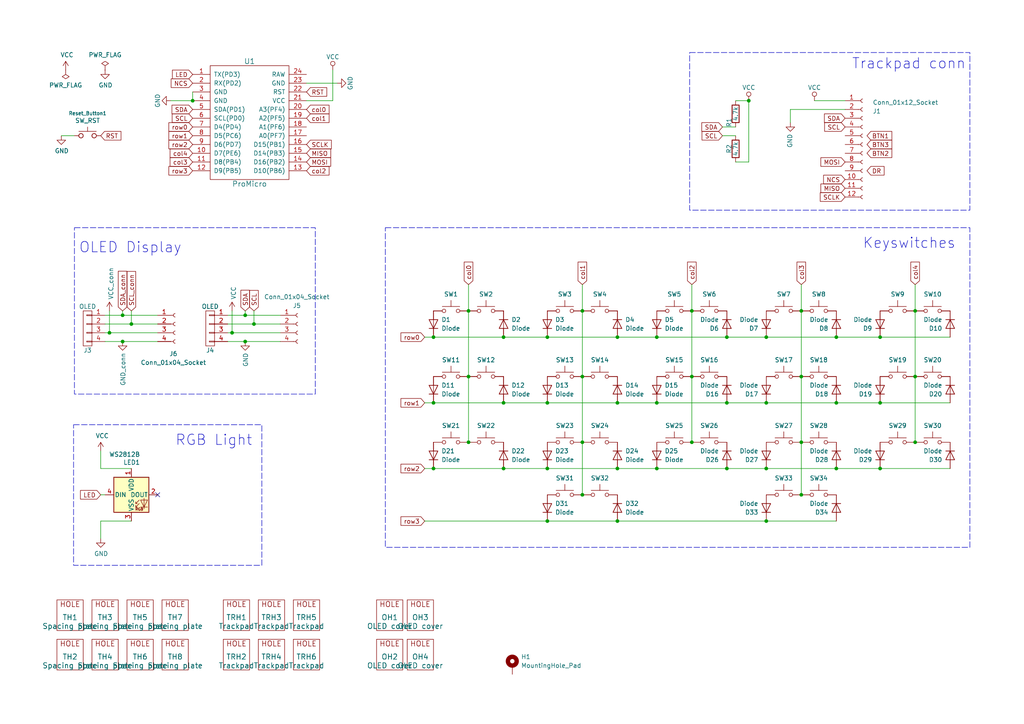
<source format=kicad_sch>
(kicad_sch (version 20231120) (generator "eeschema") (generator_version "8.0")
  (paper "A4")
  (lib_symbols
    (symbol "Connector:Conn_01x04_Socket" (pin_names (offset 1.016) hide)
      (property "Reference" "J" (at 0 5.08 0))
      (property "Value" "Conn_01x04_Socket" (at 0 -7.62 0))
      (symbol "Conn_01x04_Socket_1_1"
        (pin passive line (at -5.08 2.54 0) (length 3.81) (name "Pin_1") (number "1"))
        (pin passive line (at -5.08 0 0) (length 3.81) (name "Pin_2") (number "2"))
        (pin passive line (at -5.08 -2.54 0) (length 3.81) (name "Pin_3") (number "3"))
        (pin passive line (at -5.08 -5.08 0) (length 3.81) (name "Pin_4") (number "4"))
      )
    )
    (symbol "Connector:Conn_01x12_Socket" (pin_names (offset 1.016) hide)
      (property "Reference" "J" (at 0 15.24 0))
      (property "Value" "Conn_01x12_Socket" (at 0 -17.78 0))
      (symbol "Conn_01x12_Socket_1_1"
        (pin passive line (at -5.08 12.7 0) (length 3.81) (name "Pin_1") (number "1"))
        (pin passive line (at -5.08 -10.16 0) (length 3.81) (name "Pin_10") (number "10"))
        (pin passive line (at -5.08 -12.7 0) (length 3.81) (name "Pin_11") (number "11"))
        (pin passive line (at -5.08 -15.24 0) (length 3.81) (name "Pin_12") (number "12"))
        (pin passive line (at -5.08 10.16 0) (length 3.81) (name "Pin_2") (number "2"))
        (pin passive line (at -5.08 7.62 0) (length 3.81) (name "Pin_3") (number "3"))
        (pin passive line (at -5.08 5.08 0) (length 3.81) (name "Pin_4") (number "4"))
        (pin passive line (at -5.08 2.54 0) (length 3.81) (name "Pin_5") (number "5"))
        (pin passive line (at -5.08 0 0) (length 3.81) (name "Pin_6") (number "6"))
        (pin passive line (at -5.08 -2.54 0) (length 3.81) (name "Pin_7") (number "7"))
        (pin passive line (at -5.08 -5.08 0) (length 3.81) (name "Pin_8") (number "8"))
        (pin passive line (at -5.08 -7.62 0) (length 3.81) (name "Pin_9") (number "9"))
      )
    )
    (symbol "Device:R" (pin_numbers hide) (pin_names (offset 0))
      (property "Reference" "R" (at 2.032 0 90))
      (property "Value" "R" (at 0 0 90))
      (symbol "R_1_1"
        (pin passive line (at 0 3.81 270) (length 1.27) (name "~") (number "1"))
        (pin passive line (at 0 -3.81 90) (length 1.27) (name "~") (number "2"))
      )
    )
    (symbol "LED:WS2812B" (pin_names (offset 0.254))
      (property "Reference" "D" (at 5.08 5.715 0))
      (property "Value" "WS2812B" (at 1.27 -5.715 0))
      (symbol "WS2812B_0_0"
        (text "RGB" (at 2.286 -4.191 0) (effects (font (size 0.762 0.762))))
      )
      (symbol "WS2812B_1_1"
        (pin power_in line (at 0 7.62 270) (length 2.54) (name "VDD") (number "1"))
        (pin output line (at 7.62 0 180) (length 2.54) (name "DOUT") (number "2"))
        (pin power_in line (at 0 -7.62 90) (length 2.54) (name "VSS") (number "3"))
        (pin input line (at -7.62 0 0) (length 2.54) (name "DIN") (number "4"))
      )
    )
    (symbol "Mechanical:MountingHole_Pad" (pin_numbers hide) (pin_names (offset 1.016) hide) (exclude_from_sim yes) (in_bom no)
      (property "Reference" "H" (at 0 6.35 0))
      (property "Value" "MountingHole_Pad" (at 0 4.445 0))
      (symbol "MountingHole_Pad_1_1"
        (pin input line (at 0 -2.54 90) (length 2.54) (name "1") (number "1"))
      )
    )
    (symbol "SofleKeyboard-rescue:D-Lily58-cache-Lily58_Pro-rescue" (pin_numbers hide) (pin_names (offset 1.016) hide)
      (property "Reference" "D" (at 0 2.54 0))
      (property "Value" "D-Lily58-cache-Lily58_Pro-rescue" (at 0 -2.54 0))
      (symbol "D-Lily58-cache-Lily58_Pro-rescue_1_1"
        (pin passive line (at -3.81 0 0) (length 2.54) (name "K") (number "1"))
        (pin passive line (at 3.81 0 180) (length 2.54) (name "A") (number "2"))
      )
    )
    (symbol "SofleKeyboard-rescue:GND-Lily58-cache-Lily58_Pro-rescue" (power) (pin_names (offset 0))
      (property "Value" "GND-Lily58-cache-Lily58_Pro-rescue" (at 0 -3.81 0))
      (symbol "GND-Lily58-cache-Lily58_Pro-rescue_1_1"
        (pin power_in line (at 0 0 0) (length 0) hide (name "GND") (number "1"))
      )
    )
    (symbol "SofleKeyboard-rescue:HOLE-Lily58-cache-Lily58_Pro-rescue" (pin_names (offset 1.016))
      (property "Reference" "U" (at 0 0 0))
      (property "Value" "HOLE-Lily58-cache-Lily58_Pro-rescue" (at 0 -5.08 0))
      (symbol "HOLE-Lily58-cache-Lily58_Pro-rescue_0_0"
        (text "HOLE" (at 0 3.81 0) (effects (font (size 1.524 1.524))))
      )
    )
    (symbol "SofleKeyboard-rescue:OLED-Lily58-cache-Lily58_Pro-rescue" (pin_names (offset 1.016) hide)
      (property "Reference" "J" (at 0 6.35 0))
      (property "Value" "OLED-Lily58-cache-Lily58_Pro-rescue" (at 2.54 0 90))
      (symbol "OLED-Lily58-cache-Lily58_Pro-rescue_1_1"
        (pin passive line (at -5.08 3.81 0) (length 3.81) (name "P1") (number "1"))
        (pin passive line (at -5.08 1.27 0) (length 3.81) (name "P2") (number "2"))
        (pin passive line (at -5.08 -1.27 0) (length 3.81) (name "P3") (number "3"))
        (pin passive line (at -5.08 -3.81 0) (length 3.81) (name "P4") (number "4"))
      )
    )
    (symbol "SofleKeyboard-rescue:ProMicro_2-Lily58-cache-Lily58_Pro-rescue" (pin_names (offset 1.016))
      (property "Reference" "U" (at 0 17.78 0))
      (property "Value" "ProMicro_2-Lily58-cache-Lily58_Pro-rescue" (at 0 -17.78 0))
      (symbol "ProMicro_2-Lily58-cache-Lily58_Pro-rescue_1_1"
        (pin input line (at -16.51 13.97 0) (length 5.08) (name "TX(PD3)") (number "1"))
        (pin input line (at -16.51 -8.89 0) (length 5.08) (name "D7(PE6)") (number "10"))
        (pin input line (at -16.51 -11.43 0) (length 5.08) (name "D8(PB4)") (number "11"))
        (pin input line (at -16.51 -13.97 0) (length 5.08) (name "D9(PB5)") (number "12"))
        (pin input line (at 16.51 -13.97 180) (length 5.08) (name "D10(PB6)") (number "13"))
        (pin input line (at 16.51 -11.43 180) (length 5.08) (name "D16(PB2)") (number "14"))
        (pin input line (at 16.51 -8.89 180) (length 5.08) (name "D14(PB3)") (number "15"))
        (pin input line (at 16.51 -6.35 180) (length 5.08) (name "D15(PB1)") (number "16"))
        (pin input line (at 16.51 -3.81 180) (length 5.08) (name "A0(PF7)") (number "17"))
        (pin input line (at 16.51 -1.27 180) (length 5.08) (name "A1(PF6)") (number "18"))
        (pin input line (at 16.51 1.27 180) (length 5.08) (name "A2(PF5)") (number "19"))
        (pin input line (at -16.51 11.43 0) (length 5.08) (name "RX(PD2)") (number "2"))
        (pin input line (at 16.51 3.81 180) (length 5.08) (name "A3(PF4)") (number "20"))
        (pin input line (at 16.51 6.35 180) (length 5.08) (name "VCC") (number "21"))
        (pin input line (at 16.51 8.89 180) (length 5.08) (name "RST") (number "22"))
        (pin input line (at 16.51 11.43 180) (length 5.08) (name "GND") (number "23"))
        (pin input line (at 16.51 13.97 180) (length 5.08) (name "RAW") (number "24"))
        (pin input line (at -16.51 8.89 0) (length 5.08) (name "GND") (number "3"))
        (pin input line (at -16.51 6.35 0) (length 5.08) (name "GND") (number "4"))
        (pin input line (at -16.51 3.81 0) (length 5.08) (name "SDA(PD1)") (number "5"))
        (pin input line (at -16.51 1.27 0) (length 5.08) (name "SCL(PD0)") (number "6"))
        (pin input line (at -16.51 -1.27 0) (length 5.08) (name "D4(PD4)") (number "7"))
        (pin input line (at -16.51 -3.81 0) (length 5.08) (name "D5(PC6)") (number "8"))
        (pin input line (at -16.51 -6.35 0) (length 5.08) (name "D6(PD7)") (number "9"))
      )
    )
    (symbol "SofleKeyboard-rescue:SW_RST-Lily58-cache-Lily58_Pro-rescue" (pin_numbers hide) (pin_names (offset 1.016) hide)
      (property "Reference" "RSW" (at 2.54 2.54 0))
      (property "Value" "SW_RST-Lily58-cache-Lily58_Pro-rescue" (at 0 -2.54 0))
      (symbol "SW_RST-Lily58-cache-Lily58_Pro-rescue_0_1"
        (pin passive inverted (at -3.81 0 0) (length 2.54) (name "1") (number "1"))
        (pin passive inverted (at 3.81 0 180) (length 2.54) (name "2") (number "2"))
      )
    )
    (symbol "SofleKeyboard-rescue:VCC-Lily58-cache-Lily58_Pro-rescue" (power) (pin_names (offset 0))
      (property "Value" "VCC-Lily58-cache-Lily58_Pro-rescue" (at 0 3.81 0))
      (symbol "VCC-Lily58-cache-Lily58_Pro-rescue_1_1"
        (pin power_in line (at 0 0 90) (length 0) hide (name "VCC") (number "1"))
      )
    )
    (symbol "Switch:SW_Push" (pin_numbers hide) (pin_names (offset 1.016) hide)
      (property "Reference" "SW" (at 1.27 2.54 0))
      (property "Value" "SW_Push" (at 0 -1.524 0))
      (symbol "SW_Push_0_1"
        (pin passive line (at -5.08 0 0) (length 2.54) (name "1") (number "1"))
        (pin passive line (at 5.08 0 180) (length 2.54) (name "2") (number "2"))
      )
    )
    (symbol "power:GND" (power) (pin_names (offset 0))
      (property "Value" "GND" (at 0 -3.81 0))
      (symbol "GND_1_1"
        (pin power_in line (at 0 0 270) (length 0) hide (name "GND") (number "1"))
      )
    )
    (symbol "power:PWR_FLAG" (power) (pin_numbers hide) (pin_names (offset 0) hide)
      (property "Value" "PWR_FLAG" (at 0 3.81 0))
      (symbol "PWR_FLAG_0_0"
        (pin power_out line (at 0 0 90) (length 0) (name "pwr") (number "1"))
      )
    )
    (symbol "power:VCC" (power) (pin_names (offset 0))
      (property "Value" "VCC" (at 0 3.81 0))
      (symbol "VCC_1_1"
        (pin power_in line (at 0 0 90) (length 0) hide (name "VCC") (number "1"))
      )
    )
  )
  (junction (at 35.56 91.44))
  (junction (at 232.41 143.51))
  (junction (at 135.89 128.27))
  (junction (at 125.73 116.84))
  (junction (at 125.73 97.79))
  (junction (at 67.31 96.52))
  (junction (at 200.66 90.17))
  (junction (at 146.05 116.84))
  (junction (at 232.41 90.17))
  (junction (at 38.1 93.98))
  (junction (at 217.17 29.21))
  (junction (at 232.41 128.27))
  (junction (at 265.43 128.27))
  (junction (at 190.5 97.79))
  (junction (at 222.25 97.79))
  (junction (at 179.07 135.89))
  (junction (at 265.43 90.17))
  (junction (at 190.5 135.89))
  (junction (at 179.07 151.13))
  (junction (at 242.57 97.79))
  (junction (at 179.07 97.79))
  (junction (at 55.88 29.21))
  (junction (at 255.27 97.79))
  (junction (at 222.25 151.13))
  (junction (at 158.75 116.84))
  (junction (at 158.75 135.89))
  (junction (at 35.56 99.06))
  (junction (at 190.5 116.84))
  (junction (at 200.66 128.27))
  (junction (at 242.57 135.89))
  (junction (at 146.05 135.89))
  (junction (at 210.82 97.79))
  (junction (at 255.27 135.89))
  (junction (at 146.05 97.79))
  (junction (at 222.25 116.84))
  (junction (at 125.73 135.89))
  (junction (at 210.82 135.89))
  (junction (at 158.75 97.79))
  (junction (at 179.07 116.84))
  (junction (at 265.43 109.22))
  (junction (at 71.12 99.06))
  (junction (at 168.91 128.27))
  (junction (at 242.57 116.84))
  (junction (at 168.91 143.51))
  (junction (at 255.27 116.84))
  (junction (at 135.89 109.22))
  (junction (at 158.75 151.13))
  (junction (at 200.66 109.22))
  (junction (at 135.89 90.17))
  (junction (at 168.91 90.17))
  (junction (at 210.82 116.84))
  (junction (at 31.75 96.52))
  (junction (at 222.25 135.89))
  (junction (at 168.91 109.22))
  (junction (at 232.41 109.22))
  (junction (at 71.12 91.44))
  (junction (at 73.66 93.98))
  (no_connect (at 45.72 143.51))
  (wire (pts (xy 146.05 135.89) (xy 158.75 135.89)))
  (wire (pts (xy 29.21 135.89) (xy 38.1 135.89)))
  (wire (pts (xy 222.25 116.84) (xy 210.82 116.84)))
  (wire (pts (xy 35.56 91.44) (xy 45.72 91.44)))
  (wire (pts (xy 275.59 135.89) (xy 255.27 135.89)))
  (wire (pts (xy 30.48 93.98) (xy 38.1 93.98)))
  (wire (pts (xy 66.04 91.44) (xy 71.12 91.44)))
  (wire (pts (xy 168.91 109.22) (xy 168.91 128.27)))
  (wire (pts (xy 275.59 116.84) (xy 255.27 116.84)))
  (wire (pts (xy 38.1 93.98) (xy 45.72 93.98)))
  (wire (pts (xy 125.73 135.89) (xy 146.05 135.89)))
  (wire (pts (xy 190.5 116.84) (xy 210.82 116.84)))
  (wire (pts (xy 255.27 97.79) (xy 242.57 97.79)))
  (wire (pts (xy 29.21 130.81) (xy 29.21 135.89)))
  (wire (pts (xy 213.36 46.99) (xy 217.17 46.99)))
  (wire (pts (xy 200.66 109.22) (xy 200.66 128.27)))
  (wire (pts (xy 123.19 135.89) (xy 125.73 135.89)))
  (wire (pts (xy 29.21 143.51) (xy 30.48 143.51)))
  (wire (pts (xy 38.1 90.17) (xy 38.1 93.98)))
  (wire (pts (xy 242.57 116.84) (xy 222.25 116.84)))
  (wire (pts (xy 67.31 90.17) (xy 67.31 96.52)))
  (wire (pts (xy 125.73 116.84) (xy 146.05 116.84)))
  (wire (pts (xy 158.75 97.79) (xy 179.07 97.79)))
  (wire (pts (xy 123.19 97.79) (xy 125.73 97.79)))
  (wire (pts (xy 96.52 20.32) (xy 96.52 29.21)))
  (wire (pts (xy 135.89 82.55) (xy 135.89 90.17)))
  (wire (pts (xy 67.31 96.52) (xy 81.28 96.52)))
  (wire (pts (xy 236.22 29.21) (xy 245.11 29.21)))
  (wire (pts (xy 200.66 90.17) (xy 200.66 109.22)))
  (wire (pts (xy 88.9 29.21) (xy 96.52 29.21)))
  (wire (pts (xy 31.75 90.17) (xy 31.75 96.52)))
  (wire (pts (xy 30.48 91.44) (xy 35.56 91.44)))
  (wire (pts (xy 265.43 90.17) (xy 265.43 109.22)))
  (wire (pts (xy 66.04 93.98) (xy 73.66 93.98)))
  (wire (pts (xy 31.75 96.52) (xy 45.72 96.52)))
  (wire (pts (xy 179.07 116.84) (xy 190.5 116.84)))
  (wire (pts (xy 73.66 93.98) (xy 81.28 93.98)))
  (wire (pts (xy 29.21 151.13) (xy 29.21 156.21)))
  (wire (pts (xy 71.12 99.06) (xy 81.28 99.06)))
  (wire (pts (xy 55.88 26.67) (xy 55.88 29.21)))
  (wire (pts (xy 146.05 97.79) (xy 158.75 97.79)))
  (wire (pts (xy 232.41 82.55) (xy 232.41 90.17)))
  (wire (pts (xy 190.5 97.79) (xy 210.82 97.79)))
  (wire (pts (xy 275.59 97.79) (xy 255.27 97.79)))
  (wire (pts (xy 125.73 97.79) (xy 146.05 97.79)))
  (wire (pts (xy 73.66 90.17) (xy 73.66 93.98)))
  (wire (pts (xy 135.89 90.17) (xy 135.89 109.22)))
  (wire (pts (xy 146.05 116.84) (xy 158.75 116.84)))
  (wire (pts (xy 66.04 96.52) (xy 67.31 96.52)))
  (wire (pts (xy 168.91 90.17) (xy 168.91 109.22)))
  (wire (pts (xy 209.55 36.83) (xy 213.36 36.83)))
  (wire (pts (xy 158.75 116.84) (xy 179.07 116.84)))
  (wire (pts (xy 242.57 151.13) (xy 222.25 151.13)))
  (wire (pts (xy 232.41 128.27) (xy 232.41 143.51)))
  (wire (pts (xy 55.88 29.21) (xy 49.53 29.21)))
  (wire (pts (xy 66.04 99.06) (xy 71.12 99.06)))
  (wire (pts (xy 265.43 82.55) (xy 265.43 90.17)))
  (wire (pts (xy 30.48 96.52) (xy 31.75 96.52)))
  (wire (pts (xy 71.12 91.44) (xy 81.28 91.44)))
  (wire (pts (xy 35.56 99.06) (xy 45.72 99.06)))
  (wire (pts (xy 135.89 109.22) (xy 135.89 128.27)))
  (wire (pts (xy 217.17 29.21) (xy 217.17 46.99)))
  (wire (pts (xy 229.235 35.56) (xy 229.235 31.75)))
  (wire (pts (xy 229.235 31.75) (xy 245.11 31.75)))
  (wire (pts (xy 232.41 90.17) (xy 232.41 109.22)))
  (wire (pts (xy 168.91 82.55) (xy 168.91 90.17)))
  (wire (pts (xy 179.07 135.89) (xy 190.5 135.89)))
  (wire (pts (xy 222.25 135.89) (xy 210.82 135.89)))
  (wire (pts (xy 123.19 116.84) (xy 125.73 116.84)))
  (wire (pts (xy 255.27 116.84) (xy 242.57 116.84)))
  (wire (pts (xy 200.66 82.55) (xy 200.66 90.17)))
  (wire (pts (xy 35.56 90.17) (xy 35.56 91.44)))
  (wire (pts (xy 179.07 151.13) (xy 222.25 151.13)))
  (wire (pts (xy 242.57 97.79) (xy 222.25 97.79)))
  (wire (pts (xy 158.75 135.89) (xy 179.07 135.89)))
  (wire (pts (xy 213.36 29.21) (xy 217.17 29.21)))
  (wire (pts (xy 158.75 151.13) (xy 179.07 151.13)))
  (wire (pts (xy 123.19 151.13) (xy 158.75 151.13)))
  (wire (pts (xy 88.9 24.13) (xy 97.79 24.13)))
  (wire (pts (xy 29.21 151.13) (xy 38.1 151.13)))
  (wire (pts (xy 71.12 90.17) (xy 71.12 91.44)))
  (wire (pts (xy 179.07 97.79) (xy 190.5 97.79)))
  (wire (pts (xy 190.5 135.89) (xy 210.82 135.89)))
  (wire (pts (xy 17.78 39.37) (xy 21.59 39.37)))
  (wire (pts (xy 30.48 99.06) (xy 35.56 99.06)))
  (wire (pts (xy 222.25 97.79) (xy 210.82 97.79)))
  (wire (pts (xy 242.57 135.89) (xy 222.25 135.89)))
  (wire (pts (xy 232.41 109.22) (xy 232.41 128.27)))
  (wire (pts (xy 209.55 39.37) (xy 213.36 39.37)))
  (wire (pts (xy 265.43 109.22) (xy 265.43 128.27)))
  (wire (pts (xy 255.27 135.89) (xy 242.57 135.89)))
  (wire (pts (xy 168.91 128.27) (xy 168.91 143.51)))
  (rectangle (start 111.76 66.04) (end 281.305 158.75) (stroke (width 0) (type dash)))
  (rectangle (start 21.59 66.04) (end 91.44 114.3) (stroke (width 0) (type dash)))
  (rectangle (start 200.025 15.24) (end 281.305 60.96) (stroke (width 0) (type dash)))
  (rectangle (start 21.336 123.19) (end 75.946 163.957) (stroke (width 0) (type dash)))
  (text "RGB Light" (at 50.8 129.54 0) (effects (font (size 2.9972 2.9972)) (justify left bottom)))
  (text "Trackpad conn" (at 247.015 20.32 0) (effects (font (size 2.9972 2.9972)) (justify left bottom)))
  (text "OLED Display" (at 22.86 73.66 0) (effects (font (size 2.9972 2.9972)) (justify left bottom)))
  (text "Keyswitches" (at 250.19 72.39 0) (effects (font (size 2.9972 2.9972)) (justify left bottom)))
  (global_label "row0" (shape input) (at 55.88 36.83 180) (property "Intersheetrefs" "${INTERSHEET_REFS}" (effects (hide yes))))
  (global_label "row1" (shape input) (at 55.88 39.37 180) (property "Intersheetrefs" "${INTERSHEET_REFS}" (effects (hide yes))))
  (global_label "row0" (shape input) (at 123.19 97.79 180) (property "Intersheetrefs" "${INTERSHEET_REFS}" (effects (hide yes))))
  (global_label "RST" (shape input) (at 88.9 26.67 0) (property "Intersheetrefs" "${INTERSHEET_REFS}" (effects (hide yes))))
  (global_label "col3" (shape input) (at 55.88 46.99 180) (property "Intersheetrefs" "${INTERSHEET_REFS}" (effects (hide yes))))
  (global_label "NCS" (shape input) (at 245.11 52.07 180) (property "Intersheetrefs" "${INTERSHEET_REFS}" (effects (hide yes))))
  (global_label "col1" (shape input) (at 168.91 82.55 90) (property "Intersheetrefs" "${INTERSHEET_REFS}" (effects (hide yes))))
  (global_label "DR" (shape input) (at 251.46 49.53 0) (property "Intersheetrefs" "${INTERSHEET_REFS}" (effects (hide yes))))
  (global_label "row2" (shape input) (at 123.19 135.89 180) (property "Intersheetrefs" "${INTERSHEET_REFS}" (effects (hide yes))))
  (global_label "BTN3" (shape input) (at 251.46 41.91 0) (property "Intersheetrefs" "${INTERSHEET_REFS}" (effects (hide yes))))
  (global_label "LED" (shape input) (at 29.21 143.51 180) (property "Intersheetrefs" "${INTERSHEET_REFS}" (effects (hide yes))))
  (global_label "col2" (shape input) (at 200.66 82.55 90) (property "Intersheetrefs" "${INTERSHEET_REFS}" (effects (hide yes))))
  (global_label "row3" (shape input) (at 123.19 151.13 180) (property "Intersheetrefs" "${INTERSHEET_REFS}" (effects (hide yes))))
  (global_label "col4" (shape input) (at 55.88 44.45 180) (property "Intersheetrefs" "${INTERSHEET_REFS}" (effects (hide yes))))
  (global_label "MISO" (shape input) (at 88.9 44.45 0) (property "Intersheetrefs" "${INTERSHEET_REFS}" (effects (hide yes))))
  (global_label "MISO" (shape input) (at 245.11 54.61 180) (property "Intersheetrefs" "${INTERSHEET_REFS}" (effects (hide yes))))
  (global_label "SCLK" (shape input) (at 88.9 41.91 0) (property "Intersheetrefs" "${INTERSHEET_REFS}" (effects (hide yes))))
  (global_label "SDA" (shape input) (at 209.55 36.83 180) (property "Intersheetrefs" "${INTERSHEET_REFS}" (effects (hide yes))))
  (global_label "NCS" (shape input) (at 55.88 24.13 180) (property "Intersheetrefs" "${INTERSHEET_REFS}" (effects (hide yes))))
  (global_label "col0" (shape input) (at 88.9 31.75 0) (property "Intersheetrefs" "${INTERSHEET_REFS}" (effects (hide yes))))
  (global_label "BTN1" (shape input) (at 251.46 39.37 0) (property "Intersheetrefs" "${INTERSHEET_REFS}" (effects (hide yes))))
  (global_label "SDA_conn" (shape input) (at 35.56 90.17 90) (property "Intersheetrefs" "${INTERSHEET_REFS}" (effects (hide yes))))
  (global_label "row2" (shape input) (at 55.88 41.91 180) (property "Intersheetrefs" "${INTERSHEET_REFS}" (effects (hide yes))))
  (global_label "col1" (shape input) (at 88.9 34.29 0) (property "Intersheetrefs" "${INTERSHEET_REFS}" (effects (hide yes))))
  (global_label "col2" (shape input) (at 88.9 49.53 0) (property "Intersheetrefs" "${INTERSHEET_REFS}" (effects (hide yes))))
  (global_label "row1" (shape input) (at 123.19 116.84 180) (property "Intersheetrefs" "${INTERSHEET_REFS}" (effects (hide yes))))
  (global_label "SCL" (shape input) (at 73.66 90.17 90) (property "Intersheetrefs" "${INTERSHEET_REFS}" (effects (hide yes))))
  (global_label "SDA" (shape input) (at 55.88 31.75 180) (property "Intersheetrefs" "${INTERSHEET_REFS}" (effects (hide yes))))
  (global_label "SDA" (shape input) (at 245.11 34.29 180) (property "Intersheetrefs" "${INTERSHEET_REFS}" (effects (hide yes))))
  (global_label "col4" (shape input) (at 265.43 82.55 90) (property "Intersheetrefs" "${INTERSHEET_REFS}" (effects (hide yes))))
  (global_label "col3" (shape input) (at 232.41 82.55 90) (property "Intersheetrefs" "${INTERSHEET_REFS}" (effects (hide yes))))
  (global_label "row3" (shape input) (at 55.88 49.53 180) (property "Intersheetrefs" "${INTERSHEET_REFS}" (effects (hide yes))))
  (global_label "BTN2" (shape input) (at 251.46 44.45 0) (property "Intersheetrefs" "${INTERSHEET_REFS}" (effects (hide yes))))
  (global_label "MOSI" (shape input) (at 245.11 46.99 180) (property "Intersheetrefs" "${INTERSHEET_REFS}" (effects (hide yes))))
  (global_label "col0" (shape input) (at 135.89 82.55 90) (property "Intersheetrefs" "${INTERSHEET_REFS}" (effects (hide yes))))
  (global_label "SCL_conn" (shape input) (at 38.1 90.17 90) (property "Intersheetrefs" "${INTERSHEET_REFS}" (effects (hide yes))))
  (global_label "SCLK" (shape input) (at 245.11 57.15 180) (property "Intersheetrefs" "${INTERSHEET_REFS}" (effects (hide yes))))
  (global_label "RST" (shape input) (at 29.21 39.37 0) (property "Intersheetrefs" "${INTERSHEET_REFS}" (effects (hide yes))))
  (global_label "SCL" (shape input) (at 245.11 36.83 180) (property "Intersheetrefs" "${INTERSHEET_REFS}" (effects (hide yes))))
  (global_label "SCL" (shape input) (at 55.88 34.29 180) (property "Intersheetrefs" "${INTERSHEET_REFS}" (effects (hide yes))))
  (global_label "SCL" (shape input) (at 209.55 39.37 180) (property "Intersheetrefs" "${INTERSHEET_REFS}" (effects (hide yes))))
  (global_label "SDA" (shape input) (at 71.12 90.17 90) (property "Intersheetrefs" "${INTERSHEET_REFS}" (effects (hide yes))))
  (global_label "MOSI" (shape input) (at 88.9 46.99 0) (property "Intersheetrefs" "${INTERSHEET_REFS}" (effects (hide yes))))
  (global_label "LED" (shape input) (at 55.88 21.59 180) (property "Intersheetrefs" "${INTERSHEET_REFS}" (effects (hide yes))))
  (symbol (lib_id "SofleKeyboard-rescue:ProMicro_2-Lily58-cache-Lily58_Pro-rescue") (at 72.39 35.56 0) (unit 1)
    (property "Reference" "U1" (at 72.39 17.78 0) (effects (font (size 1.524 1.524))))
    (property "Value" "ProMicro" (at 72.39 53.34 0) (effects (font (size 1.524 1.524))))
    (property "Footprint" "jw_custom_footprints:ProMicro_1.1mm_hole_only" (effects (hide yes)))
  )
  (symbol (lib_id "Switch:SW_Push") (at 140.97 128.27 0) (unit 1)
    (property "Reference" "SW22" (at 140.97 123.444 0))
    (property "Value" "${REFERENCE}" (effects (hide yes)))
    (property "Footprint" "jw_custom_footprints:CherryMX_Hotswap_single_side" (effects (hide yes)))
  )
  (symbol (lib_id "power:VCC") (at 19.05 20.32 0) (unit 1)
    (property "Reference" "#PWR01" (effects (hide yes)))
    (property "Value" "VCC" (at 19.431 15.9258 0))
  )
  (symbol (lib_id "SofleKeyboard-rescue:SW_RST-Lily58-cache-Lily58_Pro-rescue") (at 25.4 39.37 0) (unit 1)
    (property "Reference" "Reset_Button1" (at 25.4 32.8676 0) (effects (font (size 1.016 1.016))))
    (property "Value" "SW_RST" (at 25.4 34.9758 0))
    (property "Footprint" "Button_Switch_SMD:SW_SPST_TL3342" (effects (hide yes)))
  )
  (symbol (lib_id "SofleKeyboard-rescue:D-Lily58-cache-Lily58_Pro-rescue") (at 158.75 113.03 90) (unit 1)
    (property "Reference" "D13" (at 161.036 111.76 90) (effects (justify right)))
    (property "Value" "Diode" (at 161.036 114.3 90) (effects (justify right)))
    (property "Footprint" "jw_custom_footprints:Diode_SOD123_SMD" (effects (hide yes)))
  )
  (symbol (lib_id "SofleKeyboard-rescue:D-Lily58-cache-Lily58_Pro-rescue") (at 222.25 93.98 90) (unit 1)
    (property "Reference" "D7" (at 219.964 95.25 90) (effects (justify left)))
    (property "Value" "Diode" (at 219.964 92.71 90) (effects (justify left)))
    (property "Footprint" "jw_custom_footprints:Diode_SOD123_SMD" (effects (hide yes)))
  )
  (symbol (lib_id "SofleKeyboard-rescue:HOLE-Lily58-cache-Lily58_Pro-rescue") (at 78.74 190.5 0) (unit 1)
    (property "Reference" "TRH4" (at 78.74 190.5 0) (effects (font (size 1.524 1.524))))
    (property "Value" "Trackpad" (at 78.74 193.04 0) (effects (font (size 1.524 1.524))))
    (property "Footprint" "MountingHole:MountingHole_3.2mm_M3" (effects (hide yes)))
  )
  (symbol (lib_id "Switch:SW_Push") (at 270.51 128.27 0) (unit 1)
    (property "Reference" "SW30" (at 270.51 123.444 0))
    (property "Value" "${REFERENCE}" (effects (hide yes)))
    (property "Footprint" "jw_custom_footprints:CherryMX_Hotswap_single_side" (effects (hide yes)))
  )
  (symbol (lib_id "Device:R") (at 213.36 33.02 180) (unit 1)
    (property "Reference" "R1" (at 211.455 35.56 90))
    (property "Value" "4.7k" (at 213.36 33.02 90))
    (property "Footprint" "Resistor_SMD:R_1206_3216Metric_Pad1.30x1.75mm_HandSolder" (effects (hide yes)))
    (property "LCSC" "C269746" (effects (hide yes)))
  )
  (symbol (lib_id "SofleKeyboard-rescue:D-Lily58-cache-Lily58_Pro-rescue") (at 222.25 113.03 90) (unit 1)
    (property "Reference" "D17" (at 219.964 114.3 90) (effects (justify left)))
    (property "Value" "Diode" (at 219.964 111.76 90) (effects (justify left)))
    (property "Footprint" "jw_custom_footprints:Diode_SOD123_SMD" (effects (hide yes)))
  )
  (symbol (lib_id "SofleKeyboard-rescue:D-Lily58-cache-Lily58_Pro-rescue") (at 179.07 93.98 270) (unit 1)
    (property "Reference" "D4" (at 181.356 92.71 90) (effects (justify left)))
    (property "Value" "Diode" (at 181.356 95.25 90) (effects (justify left)))
    (property "Footprint" "jw_custom_footprints:Diode_SOD123_SMD" (effects (hide yes)))
  )
  (symbol (lib_id "Device:R") (at 213.36 43.18 0) (unit 1)
    (property "Reference" "R2" (at 211.455 43.18 90))
    (property "Value" "4.7k" (at 213.36 43.18 90))
    (property "Footprint" "Resistor_SMD:R_1206_3216Metric_Pad1.30x1.75mm_HandSolder" (effects (hide yes)))
    (property "LCSC" "C269746" (effects (hide yes)))
  )
  (symbol (lib_id "Mechanical:MountingHole_Pad") (at 148.59 193.04 0) (unit 1) (exclude_from_sim yes) (in_bom no)
    (property "Reference" "H1" (at 151.13 190.4999 0) (effects (justify left)))
    (property "Value" "MountingHole_Pad" (at 151.13 193.0399 0) (effects (justify left)))
    (property "Footprint" "jw_custom_image:square_1" (effects (hide yes)))
    (property "Description" "Mounting Hole with connection" (effects (hide yes)))
  )
  (symbol (lib_id "SofleKeyboard-rescue:VCC-Lily58-cache-Lily58_Pro-rescue") (at 96.52 20.32 0) (unit 1)
    (property "Reference" "#PWR014" (effects (hide yes)))
    (property "Value" "VCC" (at 96.52 16.51 0))
  )
  (symbol (lib_id "power:GND") (at 30.48 20.32 0) (unit 1)
    (property "Reference" "#PWR02" (effects (hide yes)))
    (property "Value" "GND" (at 30.607 24.7142 0))
  )
  (symbol (lib_id "SofleKeyboard-rescue:D-Lily58-cache-Lily58_Pro-rescue") (at 255.27 132.08 90) (unit 1)
    (property "Reference" "D29" (at 252.984 133.35 90) (effects (justify left)))
    (property "Value" "Diode" (at 252.984 130.81 90) (effects (justify left)))
    (property "Footprint" "jw_custom_footprints:Diode_SOD123_SMD" (effects (hide yes)))
  )
  (symbol (lib_id "power:GND") (at 71.12 99.06 0) (unit 1)
    (property "Reference" "#PWR08" (effects (hide yes)))
    (property "Value" "GND" (at 71.247 102.3112 90) (effects (justify right)))
  )
  (symbol (lib_id "Switch:SW_Push") (at 173.99 109.22 0) (unit 1)
    (property "Reference" "SW14" (at 173.99 104.394 0))
    (property "Value" "${REFERENCE}" (effects (hide yes)))
    (property "Footprint" "jw_custom_footprints:CherryMX_Hotswap_single_side" (effects (hide yes)))
  )
  (symbol (lib_id "Switch:SW_Push") (at 237.49 143.51 0) (unit 1)
    (property "Reference" "SW34" (at 237.49 138.684 0))
    (property "Value" "${REFERENCE}" (effects (hide yes)))
    (property "Footprint" "jw_custom_footprints:CherryMX_Hotswap_single_side" (effects (hide yes)))
  )
  (symbol (lib_id "SofleKeyboard-rescue:HOLE-Lily58-cache-Lily58_Pro-rescue") (at 20.32 179.07 0) (unit 1)
    (property "Reference" "TH1" (at 20.32 179.07 0) (effects (font (size 1.524 1.524))))
    (property "Value" "Spacing plate" (at 20.32 181.61 0) (effects (font (size 1.524 1.524))))
    (property "Footprint" "MountingHole:MountingHole_3.2mm_M3" (effects (hide yes)))
  )
  (symbol (lib_id "SofleKeyboard-rescue:D-Lily58-cache-Lily58_Pro-rescue") (at 242.57 93.98 270) (unit 1)
    (property "Reference" "D8" (at 240.284 95.25 90) (effects (justify right)))
    (property "Value" "Diode" (at 240.284 92.71 90) (effects (justify right)))
    (property "Footprint" "jw_custom_footprints:Diode_SOD123_SMD" (effects (hide yes)))
  )
  (symbol (lib_id "Switch:SW_Push") (at 205.74 109.22 0) (unit 1)
    (property "Reference" "SW16" (at 205.74 104.394 0))
    (property "Value" "${REFERENCE}" (effects (hide yes)))
    (property "Footprint" "jw_custom_footprints:CherryMX_Hotswap_single_side" (effects (hide yes)))
  )
  (symbol (lib_id "SofleKeyboard-rescue:HOLE-Lily58-cache-Lily58_Pro-rescue") (at 40.64 190.5 0) (unit 1)
    (property "Reference" "TH6" (at 40.64 190.5 0) (effects (font (size 1.524 1.524))))
    (property "Value" "Spacing plate" (at 40.64 193.04 0) (effects (font (size 1.524 1.524))))
    (property "Footprint" "MountingHole:MountingHole_3.2mm_M3" (effects (hide yes)))
  )
  (symbol (lib_id "SofleKeyboard-rescue:D-Lily58-cache-Lily58_Pro-rescue") (at 158.75 147.32 90) (unit 1)
    (property "Reference" "D31" (at 161.036 146.05 90) (effects (justify right)))
    (property "Value" "Diode" (at 161.036 148.59 90) (effects (justify right)))
    (property "Footprint" "jw_custom_footprints:Diode_SOD123_SMD" (effects (hide yes)))
  )
  (symbol (lib_id "Switch:SW_Push") (at 237.49 90.17 0) (unit 1)
    (property "Reference" "SW8" (at 237.49 85.344 0))
    (property "Value" "${REFERENCE}" (effects (hide yes)))
    (property "Footprint" "jw_custom_footprints:CherryMX_Hotswap_single_side" (effects (hide yes)))
  )
  (symbol (lib_id "SofleKeyboard-rescue:HOLE-Lily58-cache-Lily58_Pro-rescue") (at 113.03 190.5 0) (unit 1)
    (property "Reference" "OH2" (at 113.03 190.5 0) (effects (font (size 1.524 1.524))))
    (property "Value" "OLED cover" (at 113.03 193.04 0) (effects (font (size 1.524 1.524))))
    (property "Footprint" "MountingHole:MountingHole_2.2mm_M2_ISO7380_Pad" (effects (hide yes)))
  )
  (symbol (lib_id "SofleKeyboard-rescue:D-Lily58-cache-Lily58_Pro-rescue") (at 275.59 113.03 270) (unit 1)
    (property "Reference" "D20" (at 273.304 114.3 90) (effects (justify right)))
    (property "Value" "Diode" (at 273.304 111.76 90) (effects (justify right)))
    (property "Footprint" "jw_custom_footprints:Diode_SOD123_SMD" (effects (hide yes)))
  )
  (symbol (lib_id "SofleKeyboard-rescue:HOLE-Lily58-cache-Lily58_Pro-rescue") (at 88.9 190.5 0) (unit 1)
    (property "Reference" "TRH6" (at 88.9 190.5 0) (effects (font (size 1.524 1.524))))
    (property "Value" "Trackpad" (at 88.9 193.04 0) (effects (font (size 1.524 1.524))))
    (property "Footprint" "MountingHole:MountingHole_3.2mm_M3" (effects (hide yes)))
  )
  (symbol (lib_id "SofleKeyboard-rescue:D-Lily58-cache-Lily58_Pro-rescue") (at 158.75 132.08 90) (unit 1)
    (property "Reference" "D23" (at 161.036 130.81 90) (effects (justify right)))
    (property "Value" "Diode" (at 161.036 133.35 90) (effects (justify right)))
    (property "Footprint" "jw_custom_footprints:Diode_SOD123_SMD" (effects (hide yes)))
  )
  (symbol (lib_id "Switch:SW_Push") (at 237.49 109.22 0) (unit 1)
    (property "Reference" "SW18" (at 237.49 104.394 0))
    (property "Value" "${REFERENCE}" (effects (hide yes)))
    (property "Footprint" "jw_custom_footprints:CherryMX_Hotswap_single_side" (effects (hide yes)))
  )
  (symbol (lib_id "Connector:Conn_01x04_Socket") (at 50.8 93.98 0) (unit 1)
    (property "Reference" "J6" (at 50.292 102.616 0))
    (property "Value" "Conn_01x04_Socket" (at 50.292 105.156 0))
    (property "Footprint" "Connector_FFC-FPC:Molex_200528-0040_1x04-1MP_P1.00mm_Horizontal" (effects (hide yes)))
    (property "Description" "Generic connector, single row, 01x04, script generated" (effects (hide yes)))
  )
  (symbol (lib_id "Switch:SW_Push") (at 163.83 128.27 0) (unit 1)
    (property "Reference" "SW23" (at 163.83 123.444 0))
    (property "Value" "${REFERENCE}" (effects (hide yes)))
    (property "Footprint" "jw_custom_footprints:CherryMX_Hotswap_single_side" (effects (hide yes)))
  )
  (symbol (lib_id "SofleKeyboard-rescue:HOLE-Lily58-cache-Lily58_Pro-rescue") (at 30.48 190.5 0) (unit 1)
    (property "Reference" "TH4" (at 30.48 190.5 0) (effects (font (size 1.524 1.524))))
    (property "Value" "Spacing plate" (at 30.48 193.04 0) (effects (font (size 1.524 1.524))))
    (property "Footprint" "MountingHole:MountingHole_3.2mm_M3" (effects (hide yes)))
  )
  (symbol (lib_id "Switch:SW_Push") (at 130.81 109.22 0) (unit 1)
    (property "Reference" "SW11" (at 130.81 104.394 0))
    (property "Value" "${REFERENCE}" (effects (hide yes)))
    (property "Footprint" "jw_custom_footprints:CherryMX_Hotswap_single_side" (effects (hide yes)))
  )
  (symbol (lib_id "Connector:Conn_01x04_Socket") (at 86.36 93.98 0) (unit 1)
    (property "Reference" "J5" (at 86.106 88.646 0))
    (property "Value" "Conn_01x04_Socket" (at 86.106 86.106 0))
    (property "Footprint" "Connector_FFC-FPC:Molex_200528-0040_1x04-1MP_P1.00mm_Horizontal" (effects (hide yes)))
    (property "Description" "Generic connector, single row, 01x04, script generated" (effects (hide yes)))
  )
  (symbol (lib_id "SofleKeyboard-rescue:HOLE-Lily58-cache-Lily58_Pro-rescue") (at 68.58 190.5 0) (unit 1)
    (property "Reference" "TRH2" (at 68.58 190.5 0) (effects (font (size 1.524 1.524))))
    (property "Value" "Trackpad" (at 68.58 193.04 0) (effects (font (size 1.524 1.524))))
    (property "Footprint" "MountingHole:MountingHole_3.2mm_M3" (effects (hide yes)))
  )
  (symbol (lib_id "SofleKeyboard-rescue:D-Lily58-cache-Lily58_Pro-rescue") (at 125.73 113.03 90) (unit 1)
    (property "Reference" "D11" (at 128.016 111.76 90) (effects (justify right)))
    (property "Value" "Diode" (at 128.016 114.3 90) (effects (justify right)))
    (property "Footprint" "jw_custom_footprints:Diode_SOD123_SMD" (effects (hide yes)))
  )
  (symbol (lib_id "LED:WS2812B") (at 38.1 143.51 0) (unit 1)
    (property "Reference" "LED1" (at 40.64 134.112 0) (effects (justify right)))
    (property "Value" "WS2812B" (at 40.64 131.8006 0) (effects (justify right)))
    (property "Footprint" "LED_SMD:LED_WS2812B_PLCC4_5.0x5.0mm_P3.2mm" (effects (hide yes)))
    (property "Datasheet" "https://cdn-shop.adafruit.com/datasheets/WS2812B.pdf" (effects (hide yes)))
  )
  (symbol (lib_id "power:VCC") (at 29.21 130.81 0) (unit 1)
    (property "Reference" "#PWR04" (effects (hide yes)))
    (property "Value" "VCC" (at 29.6418 126.4158 0))
  )
  (symbol (lib_id "Switch:SW_Push") (at 195.58 109.22 0) (unit 1)
    (property "Reference" "SW15" (at 195.58 104.394 0))
    (property "Value" "${REFERENCE}" (effects (hide yes)))
    (property "Footprint" "jw_custom_footprints:CherryMX_Hotswap_single_side" (effects (hide yes)))
  )
  (symbol (lib_id "SofleKeyboard-rescue:D-Lily58-cache-Lily58_Pro-rescue") (at 222.25 147.32 90) (unit 1)
    (property "Reference" "D33" (at 219.964 148.59 90) (effects (justify left)))
    (property "Value" "Diode" (at 219.964 146.05 90) (effects (justify left)))
    (property "Footprint" "jw_custom_footprints:Diode_SOD123_SMD" (effects (hide yes)))
  )
  (symbol (lib_id "SofleKeyboard-rescue:D-Lily58-cache-Lily58_Pro-rescue") (at 179.07 147.32 270) (unit 1)
    (property "Reference" "D32" (at 181.356 146.05 90) (effects (justify left)))
    (property "Value" "Diode" (at 181.356 148.59 90) (effects (justify left)))
    (property "Footprint" "jw_custom_footprints:Diode_SOD123_SMD" (effects (hide yes)))
  )
  (symbol (lib_id "Switch:SW_Push") (at 130.81 128.27 0) (unit 1)
    (property "Reference" "SW21" (at 130.81 123.444 0))
    (property "Value" "${REFERENCE}" (effects (hide yes)))
    (property "Footprint" "jw_custom_footprints:CherryMX_Hotswap_single_side" (effects (hide yes)))
  )
  (symbol (lib_id "Switch:SW_Push") (at 260.35 90.17 0) (unit 1)
    (property "Reference" "SW9" (at 260.35 85.344 0))
    (property "Value" "${REFERENCE}" (effects (hide yes)))
    (property "Footprint" "jw_custom_footprints:CherryMX_Hotswap_single_side" (effects (hide yes)))
  )
  (symbol (lib_id "Switch:SW_Push") (at 227.33 143.51 0) (unit 1)
    (property "Reference" "SW33" (at 227.33 138.684 0))
    (property "Value" "${REFERENCE}" (effects (hide yes)))
    (property "Footprint" "jw_custom_footprints:CherryMX_Hotswap_single_side" (effects (hide yes)))
  )
  (symbol (lib_id "Switch:SW_Push") (at 195.58 128.27 0) (unit 1)
    (property "Reference" "SW25" (at 195.58 123.444 0))
    (property "Value" "${REFERENCE}" (effects (hide yes)))
    (property "Footprint" "jw_custom_footprints:CherryMX_Hotswap_single_side" (effects (hide yes)))
  )
  (symbol (lib_id "SofleKeyboard-rescue:HOLE-Lily58-cache-Lily58_Pro-rescue") (at 50.8 190.5 0) (unit 1)
    (property "Reference" "TH8" (at 50.8 190.5 0) (effects (font (size 1.524 1.524))))
    (property "Value" "Spacing plate" (at 50.8 193.04 0) (effects (font (size 1.524 1.524))))
    (property "Footprint" "MountingHole:MountingHole_3.2mm_M3" (effects (hide yes)))
  )
  (symbol (lib_id "Switch:SW_Push") (at 173.99 143.51 0) (unit 1)
    (property "Reference" "SW32" (at 173.99 138.684 0))
    (property "Value" "${REFERENCE}" (effects (hide yes)))
    (property "Footprint" "jw_custom_footprints:CherryMX_Hotswap_single_side" (effects (hide yes)))
  )
  (symbol (lib_id "Switch:SW_Push") (at 173.99 90.17 0) (unit 1)
    (property "Reference" "SW4" (at 173.99 85.344 0))
    (property "Value" "${REFERENCE}" (effects (hide yes)))
    (property "Footprint" "jw_custom_footprints:CherryMX_Hotswap_single_side" (effects (hide yes)))
  )
  (symbol (lib_id "SofleKeyboard-rescue:HOLE-Lily58-cache-Lily58_Pro-rescue") (at 78.74 179.07 0) (unit 1)
    (property "Reference" "TRH3" (at 78.74 179.07 0) (effects (font (size 1.524 1.524))))
    (property "Value" "Trackpad" (at 78.74 181.61 0) (effects (font (size 1.524 1.524))))
    (property "Footprint" "MountingHole:MountingHole_3.2mm_M3" (effects (hide yes)))
  )
  (symbol (lib_id "Switch:SW_Push") (at 205.74 90.17 0) (unit 1)
    (property "Reference" "SW6" (at 205.74 85.344 0))
    (property "Value" "${REFERENCE}" (effects (hide yes)))
    (property "Footprint" "jw_custom_footprints:CherryMX_Hotswap_single_side" (effects (hide yes)))
  )
  (symbol (lib_id "SofleKeyboard-rescue:D-Lily58-cache-Lily58_Pro-rescue") (at 190.5 113.03 90) (unit 1)
    (property "Reference" "D15" (at 192.786 111.76 90) (effects (justify right)))
    (property "Value" "Diode" (at 192.786 114.3 90) (effects (justify right)))
    (property "Footprint" "jw_custom_footprints:Diode_SOD123_SMD" (effects (hide yes)))
  )
  (symbol (lib_id "SofleKeyboard-rescue:D-Lily58-cache-Lily58_Pro-rescue") (at 125.73 132.08 90) (unit 1)
    (property "Reference" "D21" (at 128.016 130.81 90) (effects (justify right)))
    (property "Value" "Diode" (at 128.016 133.35 90) (effects (justify right)))
    (property "Footprint" "jw_custom_footprints:Diode_SOD123_SMD" (effects (hide yes)))
  )
  (symbol (lib_id "SofleKeyboard-rescue:HOLE-Lily58-cache-Lily58_Pro-rescue") (at 20.32 190.5 0) (unit 1)
    (property "Reference" "TH2" (at 20.32 190.5 0) (effects (font (size 1.524 1.524))))
    (property "Value" "Spacing plate" (at 20.32 193.04 0) (effects (font (size 1.524 1.524))))
    (property "Footprint" "MountingHole:MountingHole_3.2mm_M3" (effects (hide yes)))
  )
  (symbol (lib_id "SofleKeyboard-rescue:OLED-Lily58-cache-Lily58_Pro-rescue") (at 25.4 95.25 0) (mirror y) (unit 1)
    (property "Reference" "J3" (at 25.4 101.6 0))
    (property "Value" "OLED" (at 25.4 88.9 0))
    (property "Footprint" "Connector_PinSocket_2.54mm:PinSocket_1x04_P2.54mm_Vertical" (effects (hide yes)))
  )
  (symbol (lib_id "SofleKeyboard-rescue:HOLE-Lily58-cache-Lily58_Pro-rescue") (at 68.58 179.07 0) (unit 1)
    (property "Reference" "TRH1" (at 68.58 179.07 0) (effects (font (size 1.524 1.524))))
    (property "Value" "Trackpad" (at 68.58 181.61 0) (effects (font (size 1.524 1.524))))
    (property "Footprint" "MountingHole:MountingHole_3.2mm_M3" (effects (hide yes)))
  )
  (symbol (lib_id "SofleKeyboard-rescue:D-Lily58-cache-Lily58_Pro-rescue") (at 255.27 113.03 90) (unit 1)
    (property "Reference" "D19" (at 252.984 114.3 90) (effects (justify left)))
    (property "Value" "Diode" (at 252.984 111.76 90) (effects (justify left)))
    (property "Footprint" "jw_custom_footprints:Diode_SOD123_SMD" (effects (hide yes)))
  )
  (symbol (lib_id "SofleKeyboard-rescue:D-Lily58-cache-Lily58_Pro-rescue") (at 179.07 113.03 270) (unit 1)
    (property "Reference" "D14" (at 181.356 111.76 90) (effects (justify left)))
    (property "Value" "Diode" (at 181.356 114.3 90) (effects (justify left)))
    (property "Footprint" "jw_custom_footprints:Diode_SOD123_SMD" (effects (hide yes)))
  )
  (symbol (lib_id "power:GND") (at 35.56 99.06 0) (unit 1)
    (property "Reference" "#PWR06" (effects (hide yes)))
    (property "Value" "GND_conn" (at 35.687 102.3112 90) (effects (justify right)))
  )
  (symbol (lib_id "Switch:SW_Push") (at 227.33 90.17 0) (unit 1)
    (property "Reference" "SW7" (at 227.33 85.344 0))
    (property "Value" "${REFERENCE}" (effects (hide yes)))
    (property "Footprint" "jw_custom_footprints:CherryMX_Hotswap_single_side" (effects (hide yes)))
  )
  (symbol (lib_id "SofleKeyboard-rescue:GND-Lily58-cache-Lily58_Pro-rescue") (at 49.53 29.21 270) (unit 1)
    (property "Reference" "#PWR013" (effects (hide yes)))
    (property "Value" "GND" (at 45.72 29.21 0))
  )
  (symbol (lib_id "Switch:SW_Push") (at 237.49 128.27 0) (unit 1)
    (property "Reference" "SW28" (at 237.49 123.444 0))
    (property "Value" "${REFERENCE}" (effects (hide yes)))
    (property "Footprint" "jw_custom_footprints:CherryMX_Hotswap_single_side" (effects (hide yes)))
  )
  (symbol (lib_id "SofleKeyboard-rescue:D-Lily58-cache-Lily58_Pro-rescue") (at 190.5 132.08 90) (unit 1)
    (property "Reference" "D25" (at 192.786 130.81 90) (effects (justify right)))
    (property "Value" "Diode" (at 192.786 133.35 90) (effects (justify right)))
    (property "Footprint" "jw_custom_footprints:Diode_SOD123_SMD" (effects (hide yes)))
  )
  (symbol (lib_id "SofleKeyboard-rescue:D-Lily58-cache-Lily58_Pro-rescue") (at 255.27 93.98 90) (unit 1)
    (property "Reference" "D9" (at 252.984 95.25 90) (effects (justify left)))
    (property "Value" "Diode" (at 252.984 92.71 90) (effects (justify left)))
    (property "Footprint" "jw_custom_footprints:Diode_SOD123_SMD" (effects (hide yes)))
  )
  (symbol (lib_id "Switch:SW_Push") (at 195.58 90.17 0) (unit 1)
    (property "Reference" "SW5" (at 195.58 85.344 0))
    (property "Value" "${REFERENCE}" (effects (hide yes)))
    (property "Footprint" "jw_custom_footprints:CherryMX_Hotswap_single_side" (effects (hide yes)))
  )
  (symbol (lib_id "Switch:SW_Push") (at 163.83 109.22 0) (unit 1)
    (property "Reference" "SW13" (at 163.83 104.394 0))
    (property "Value" "${REFERENCE}" (effects (hide yes)))
    (property "Footprint" "jw_custom_footprints:CherryMX_Hotswap_single_side" (effects (hide yes)))
  )
  (symbol (lib_id "SofleKeyboard-rescue:D-Lily58-cache-Lily58_Pro-rescue") (at 242.57 113.03 270) (unit 1)
    (property "Reference" "D18" (at 240.284 114.3 90) (effects (justify right)))
    (property "Value" "Diode" (at 240.284 111.76 90) (effects (justify right)))
    (property "Footprint" "jw_custom_footprints:Diode_SOD123_SMD" (effects (hide yes)))
  )
  (symbol (lib_id "Switch:SW_Push") (at 163.83 90.17 0) (unit 1)
    (property "Reference" "SW3" (at 163.83 85.344 0))
    (property "Value" "${REFERENCE}" (effects (hide yes)))
    (property "Footprint" "jw_custom_footprints:CherryMX_Hotswap_single_side" (effects (hide yes)))
  )
  (symbol (lib_id "Switch:SW_Push") (at 140.97 109.22 0) (unit 1)
    (property "Reference" "SW12" (at 140.97 104.394 0))
    (property "Value" "${REFERENCE}" (effects (hide yes)))
    (property "Footprint" "jw_custom_footprints:CherryMX_Hotswap_single_side" (effects (hide yes)))
  )
  (symbol (lib_id "SofleKeyboard-rescue:D-Lily58-cache-Lily58_Pro-rescue") (at 210.82 93.98 270) (unit 1)
    (property "Reference" "D6" (at 208.534 95.25 90) (effects (justify right)))
    (property "Value" "Diode" (at 208.534 92.71 90) (effects (justify right)))
    (property "Footprint" "jw_custom_footprints:Diode_SOD123_SMD" (effects (hide yes)))
  )
  (symbol (lib_id "SofleKeyboard-rescue:D-Lily58-cache-Lily58_Pro-rescue") (at 210.82 113.03 270) (unit 1)
    (property "Reference" "D16" (at 208.534 114.3 90) (effects (justify right)))
    (property "Value" "Diode" (at 208.534 111.76 90) (effects (justify right)))
    (property "Footprint" "jw_custom_footprints:Diode_SOD123_SMD" (effects (hide yes)))
  )
  (symbol (lib_id "power:GND") (at 229.235 35.56 0) (mirror y) (unit 1)
    (property "Reference" "#PWR021" (effects (hide yes)))
    (property "Value" "GND" (at 229.108 38.8112 90) (effects (justify right)))
  )
  (symbol (lib_id "SofleKeyboard-rescue:HOLE-Lily58-cache-Lily58_Pro-rescue") (at 88.9 179.07 0) (unit 1)
    (property "Reference" "TRH5" (at 88.9 179.07 0) (effects (font (size 1.524 1.524))))
    (property "Value" "Trackpad" (at 88.9 181.61 0) (effects (font (size 1.524 1.524))))
    (property "Footprint" "MountingHole:MountingHole_3.2mm_M3" (effects (hide yes)))
  )
  (symbol (lib_id "SofleKeyboard-rescue:HOLE-Lily58-cache-Lily58_Pro-rescue") (at 121.92 190.5 0) (unit 1)
    (property "Reference" "OH4" (at 121.92 190.5 0) (effects (font (size 1.524 1.524))))
    (property "Value" "OLED cover" (at 121.92 193.04 0) (effects (font (size 1.524 1.524))))
    (property "Footprint" "MountingHole:MountingHole_2.2mm_M2_ISO7380_Pad" (effects (hide yes)))
  )
  (symbol (lib_id "power:VCC") (at 67.31 90.17 0) (unit 1)
    (property "Reference" "#PWR07" (effects (hide yes)))
    (property "Value" "VCC" (at 67.7418 86.9188 90) (effects (justify left)))
  )
  (symbol (lib_id "power:PWR_FLAG") (at 30.48 20.32 0) (unit 1)
    (property "Reference" "#FLG02" (effects (hide yes)))
    (property "Value" "PWR_FLAG" (at 30.48 15.9258 0))
  )
  (symbol (lib_id "SofleKeyboard-rescue:VCC-Lily58-cache-Lily58_Pro-rescue") (at 217.17 29.21 0) (unit 1)
    (property "Reference" "#PWR09" (effects (hide yes)))
    (property "Value" "VCC" (at 217.17 25.4 0))
  )
  (symbol (lib_id "SofleKeyboard-rescue:HOLE-Lily58-cache-Lily58_Pro-rescue") (at 40.64 179.07 0) (unit 1)
    (property "Reference" "TH5" (at 40.64 179.07 0) (effects (font (size 1.524 1.524))))
    (property "Value" "Spacing plate" (at 40.64 181.61 0) (effects (font (size 1.524 1.524))))
    (property "Footprint" "MountingHole:MountingHole_3.2mm_M3" (effects (hide yes)))
  )
  (symbol (lib_id "SofleKeyboard-rescue:D-Lily58-cache-Lily58_Pro-rescue") (at 146.05 113.03 270) (unit 1)
    (property "Reference" "D12" (at 148.336 111.76 90) (effects (justify left)))
    (property "Value" "Diode" (at 148.336 114.3 90) (effects (justify left)))
    (property "Footprint" "jw_custom_footprints:Diode_SOD123_SMD" (effects (hide yes)))
  )
  (symbol (lib_id "Switch:SW_Push") (at 227.33 128.27 0) (unit 1)
    (property "Reference" "SW27" (at 227.33 123.444 0))
    (property "Value" "${REFERENCE}" (effects (hide yes)))
    (property "Footprint" "jw_custom_footprints:CherryMX_Hotswap_single_side" (effects (hide yes)))
  )
  (symbol (lib_id "SofleKeyboard-rescue:HOLE-Lily58-cache-Lily58_Pro-rescue") (at 50.8 179.07 0) (unit 1)
    (property "Reference" "TH7" (at 50.8 179.07 0) (effects (font (size 1.524 1.524))))
    (property "Value" "Spacing plate" (at 50.8 181.61 0) (effects (font (size 1.524 1.524))))
    (property "Footprint" "MountingHole:MountingHole_3.2mm_M3" (effects (hide yes)))
  )
  (symbol (lib_id "SofleKeyboard-rescue:D-Lily58-cache-Lily58_Pro-rescue") (at 125.73 93.98 90) (unit 1)
    (property "Reference" "D1" (at 128.016 92.71 90) (effects (justify right)))
    (property "Value" "Diode" (at 128.016 95.25 90) (effects (justify right)))
    (property "Footprint" "jw_custom_footprints:Diode_SOD123_SMD" (effects (hide yes)))
  )
  (symbol (lib_id "SofleKeyboard-rescue:GND-Lily58-cache-Lily58_Pro-rescue") (at 17.78 39.37 0) (unit 1)
    (property "Reference" "#PWR011" (effects (hide yes)))
    (property "Value" "GND" (at 17.907 43.7642 0))
  )
  (symbol (lib_id "Switch:SW_Push") (at 227.33 109.22 0) (unit 1)
    (property "Reference" "SW17" (at 227.33 104.394 0))
    (property "Value" "${REFERENCE}" (effects (hide yes)))
    (property "Footprint" "jw_custom_footprints:CherryMX_Hotswap_single_side" (effects (hide yes)))
  )
  (symbol (lib_id "SofleKeyboard-rescue:D-Lily58-cache-Lily58_Pro-rescue") (at 275.59 132.08 270) (unit 1)
    (property "Reference" "D30" (at 273.304 133.35 90) (effects (justify right)))
    (property "Value" "Diode" (at 273.304 130.81 90) (effects (justify right)))
    (property "Footprint" "jw_custom_footprints:Diode_SOD123_SMD" (effects (hide yes)))
  )
  (symbol (lib_id "power:VCC") (at 31.75 90.17 0) (unit 1)
    (property "Reference" "#PWR03" (effects (hide yes)))
    (property "Value" "VCC_conn" (at 32.1818 86.9188 90) (effects (justify left)))
  )
  (symbol (lib_id "SofleKeyboard-rescue:D-Lily58-cache-Lily58_Pro-rescue") (at 242.57 132.08 270) (unit 1)
    (property "Reference" "D28" (at 240.284 133.35 90) (effects (justify right)))
    (property "Value" "Diode" (at 240.284 130.81 90) (effects (justify right)))
    (property "Footprint" "jw_custom_footprints:Diode_SOD123_SMD" (effects (hide yes)))
  )
  (symbol (lib_id "SofleKeyboard-rescue:D-Lily58-cache-Lily58_Pro-rescue") (at 146.05 132.08 270) (unit 1)
    (property "Reference" "D22" (at 148.336 130.81 90) (effects (justify left)))
    (property "Value" "Diode" (at 148.336 133.35 90) (effects (justify left)))
    (property "Footprint" "jw_custom_footprints:Diode_SOD123_SMD" (effects (hide yes)))
  )
  (symbol (lib_id "SofleKeyboard-rescue:D-Lily58-cache-Lily58_Pro-rescue") (at 242.57 147.32 270) (unit 1)
    (property "Reference" "D34" (at 240.284 148.59 90) (effects (justify right)))
    (property "Value" "Diode" (at 240.284 146.05 90) (effects (justify right)))
    (property "Footprint" "jw_custom_footprints:Diode_SOD123_SMD" (effects (hide yes)))
  )
  (symbol (lib_id "Switch:SW_Push") (at 270.51 109.22 0) (unit 1)
    (property "Reference" "SW20" (at 270.51 104.394 0))
    (property "Value" "${REFERENCE}" (effects (hide yes)))
    (property "Footprint" "jw_custom_footprints:CherryMX_Hotswap_single_side" (effects (hide yes)))
  )
  (symbol (lib_id "Switch:SW_Push") (at 260.35 128.27 0) (unit 1)
    (property "Reference" "SW29" (at 260.35 123.444 0))
    (property "Value" "${REFERENCE}" (effects (hide yes)))
    (property "Footprint" "jw_custom_footprints:CherryMX_Hotswap_single_side" (effects (hide yes)))
  )
  (symbol (lib_id "SofleKeyboard-rescue:D-Lily58-cache-Lily58_Pro-rescue") (at 275.59 93.98 270) (unit 1)
    (property "Reference" "D10" (at 273.304 95.25 90) (effects (justify right)))
    (property "Value" "Diode" (at 273.304 92.71 90) (effects (justify right)))
    (property "Footprint" "jw_custom_footprints:Diode_SOD123_SMD" (effects (hide yes)))
  )
  (symbol (lib_id "SofleKeyboard-rescue:D-Lily58-cache-Lily58_Pro-rescue") (at 158.75 93.98 90) (unit 1)
    (property "Reference" "D3" (at 161.036 92.71 90) (effects (justify right)))
    (property "Value" "Diode" (at 161.036 95.25 90) (effects (justify right)))
    (property "Footprint" "jw_custom_footprints:Diode_SOD123_SMD" (effects (hide yes)))
  )
  (symbol (lib_id "SofleKeyboard-rescue:D-Lily58-cache-Lily58_Pro-rescue") (at 146.05 93.98 270) (unit 1)
    (property "Reference" "D2" (at 148.336 92.71 90) (effects (justify left)))
    (property "Value" "Diode" (at 148.336 95.25 90) (effects (justify left)))
    (property "Footprint" "jw_custom_footprints:Diode_SOD123_SMD" (effects (hide yes)))
  )
  (symbol (lib_id "SofleKeyboard-rescue:D-Lily58-cache-Lily58_Pro-rescue") (at 179.07 132.08 270) (unit 1)
    (property "Reference" "D24" (at 181.356 130.81 90) (effects (justify left)))
    (property "Value" "Diode" (at 181.356 133.35 90) (effects (justify left)))
    (property "Footprint" "jw_custom_footprints:Diode_SOD123_SMD" (effects (hide yes)))
  )
  (symbol (lib_id "Switch:SW_Push") (at 205.74 128.27 0) (unit 1)
    (property "Reference" "SW26" (at 205.74 123.444 0))
    (property "Value" "${REFERENCE}" (effects (hide yes)))
    (property "Footprint" "jw_custom_footprints:CherryMX_Hotswap_single_side" (effects (hide yes)))
  )
  (symbol (lib_id "Switch:SW_Push") (at 173.99 128.27 0) (unit 1)
    (property "Reference" "SW24" (at 173.99 123.444 0))
    (property "Value" "${REFERENCE}" (effects (hide yes)))
    (property "Footprint" "jw_custom_footprints:CherryMX_Hotswap_single_side" (effects (hide yes)))
  )
  (symbol (lib_id "Switch:SW_Push") (at 130.81 90.17 0) (unit 1)
    (property "Reference" "SW1" (at 130.81 85.344 0))
    (property "Value" "${REFERENCE}" (effects (hide yes)))
    (property "Footprint" "jw_custom_footprints:CherryMX_Hotswap_single_side" (effects (hide yes)))
  )
  (symbol (lib_id "Connector:Conn_01x12_Socket") (at 250.19 41.91 0) (unit 1)
    (property "Reference" "J1" (at 253.111 32.258 0) (effects (justify left)))
    (property "Value" "Conn_01x12_Socket" (at 253.111 29.718 0) (effects (justify left)))
    (property "Footprint" "Connector_FFC-FPC:Hirose_FH12-12S-0.5SH_1x12-1MP_P0.50mm_Horizontal" (effects (hide yes)))
    (property "Description" "Generic connector, single row, 01x12, script generated" (effects (hide yes)))
  )
  (symbol (lib_id "SofleKeyboard-rescue:D-Lily58-cache-Lily58_Pro-rescue") (at 210.82 132.08 270) (unit 1)
    (property "Reference" "D26" (at 208.534 133.35 90) (effects (justify right)))
    (property "Value" "Diode" (at 208.534 130.81 90) (effects (justify right)))
    (property "Footprint" "jw_custom_footprints:Diode_SOD123_SMD" (effects (hide yes)))
  )
  (symbol (lib_id "Switch:SW_Push") (at 163.83 143.51 0) (unit 1)
    (property "Reference" "SW31" (at 163.83 138.684 0))
    (property "Value" "${REFERENCE}" (effects (hide yes)))
    (property "Footprint" "jw_custom_footprints:CherryMX_Hotswap_single_side" (effects (hide yes)))
  )
  (symbol (lib_id "Switch:SW_Push") (at 270.51 90.17 0) (unit 1)
    (property "Reference" "SW10" (at 270.51 85.344 0))
    (property "Value" "${REFERENCE}" (effects (hide yes)))
    (property "Footprint" "jw_custom_footprints:CherryMX_Hotswap_single_side" (effects (hide yes)))
  )
  (symbol (lib_id "SofleKeyboard-rescue:HOLE-Lily58-cache-Lily58_Pro-rescue") (at 30.48 179.07 0) (unit 1)
    (property "Reference" "TH3" (at 30.48 179.07 0) (effects (font (size 1.524 1.524))))
    (property "Value" "Spacing plate" (at 30.48 181.61 0) (effects (font (size 1.524 1.524))))
    (property "Footprint" "MountingHole:MountingHole_3.2mm_M3" (effects (hide yes)))
  )
  (symbol (lib_id "SofleKeyboard-rescue:HOLE-Lily58-cache-Lily58_Pro-rescue") (at 113.03 179.07 0) (unit 1)
    (property "Reference" "OH1" (at 113.03 179.07 0) (effects (font (size 1.524 1.524))))
    (property "Value" "OLED cover" (at 113.03 181.61 0) (effects (font (size 1.524 1.524))))
    (property "Footprint" "MountingHole:MountingHole_2.2mm_M2_ISO7380_Pad" (effects (hide yes)))
  )
  (symbol (lib_id "SofleKeyboard-rescue:D-Lily58-cache-Lily58_Pro-rescue") (at 222.25 132.08 90) (unit 1)
    (property "Reference" "D27" (at 219.964 133.35 90) (effects (justify left)))
    (property "Value" "Diode" (at 219.964 130.81 90) (effects (justify left)))
    (property "Footprint" "jw_custom_footprints:Diode_SOD123_SMD" (effects (hide yes)))
  )
  (symbol (lib_id "Switch:SW_Push") (at 140.97 90.17 0) (unit 1)
    (property "Reference" "SW2" (at 140.97 85.344 0))
    (property "Value" "${REFERENCE}" (effects (hide yes)))
    (property "Footprint" "jw_custom_footprints:CherryMX_Hotswap_single_side" (effects (hide yes)))
  )
  (symbol (lib_id "SofleKeyboard-rescue:OLED-Lily58-cache-Lily58_Pro-rescue") (at 60.96 95.25 0) (mirror y) (unit 1)
    (property "Reference" "J4" (at 60.96 101.6 0))
    (property "Value" "OLED" (at 60.96 88.9 0))
    (property "Footprint" "Connector_PinSocket_2.54mm:PinSocket_1x04_P2.54mm_Vertical" (effects (hide yes)))
  )
  (symbol (lib_id "SofleKeyboard-rescue:D-Lily58-cache-Lily58_Pro-rescue") (at 190.5 93.98 90) (unit 1)
    (property "Reference" "D5" (at 192.786 92.71 90) (effects (justify right)))
    (property "Value" "Diode" (at 192.786 95.25 90) (effects (justify right)))
    (property "Footprint" "jw_custom_footprints:Diode_SOD123_SMD" (effects (hide yes)))
  )
  (symbol (lib_id "SofleKeyboard-rescue:GND-Lily58-cache-Lily58_Pro-rescue") (at 97.79 24.13 90) (unit 1)
    (property "Reference" "#PWR012" (effects (hide yes)))
    (property "Value" "GND" (at 101.6 24.13 0))
  )
  (symbol (lib_id "power:PWR_FLAG") (at 19.05 20.32 180) (unit 1)
    (property "Reference" "#FLG01" (effects (hide yes)))
    (property "Value" "PWR_FLAG" (at 19.05 24.7142 0))
  )
  (symbol (lib_id "power:GND") (at 29.21 156.21 0) (unit 1)
    (property "Reference" "#PWR05" (effects (hide yes)))
    (property "Value" "GND" (at 29.337 160.6042 0))
  )
  (symbol (lib_id "SofleKeyboard-rescue:HOLE-Lily58-cache-Lily58_Pro-rescue") (at 121.92 179.07 0) (unit 1)
    (property "Reference" "OH3" (at 121.92 179.07 0) (effects (font (size 1.524 1.524))))
    (property "Value" "OLED cover" (at 121.92 181.61 0) (effects (font (size 1.524 1.524))))
    (property "Footprint" "MountingHole:MountingHole_2.2mm_M2_ISO7380_Pad" (effects (hide yes)))
  )
  (symbol (lib_id "Switch:SW_Push") (at 260.35 109.22 0) (unit 1)
    (property "Reference" "SW19" (at 260.35 104.394 0))
    (property "Value" "${REFERENCE}" (effects (hide yes)))
    (property "Footprint" "jw_custom_footprints:CherryMX_Hotswap_single_side" (effects (hide yes)))
  )
  (symbol (lib_id "SofleKeyboard-rescue:VCC-Lily58-cache-Lily58_Pro-rescue") (at 236.22 29.21 0) (mirror y) (unit 1)
    (property "Reference" "#PWR020" (effects (hide yes)))
    (property "Value" "VCC" (at 236.22 25.4 0))
  )
)
</source>
